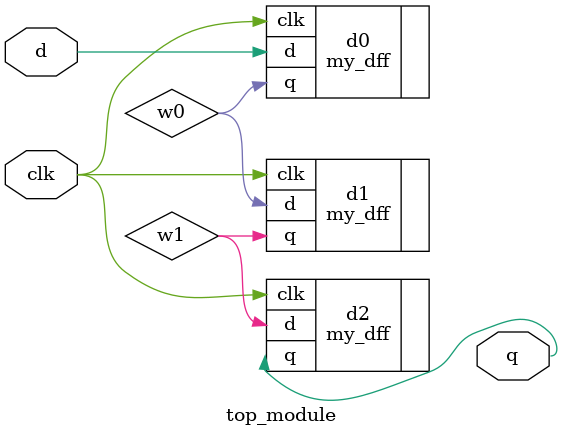
<source format=v>
module top_module ( input clk, input d, output q );
    wire w0, w1;
    my_dff d0(.clk(clk), .d(d), .q(w0));
    my_dff d1(.clk(clk), .d(w0), .q(w1));
    my_dff d2(.clk(clk), .d(w1), .q(q));

endmodule

</source>
